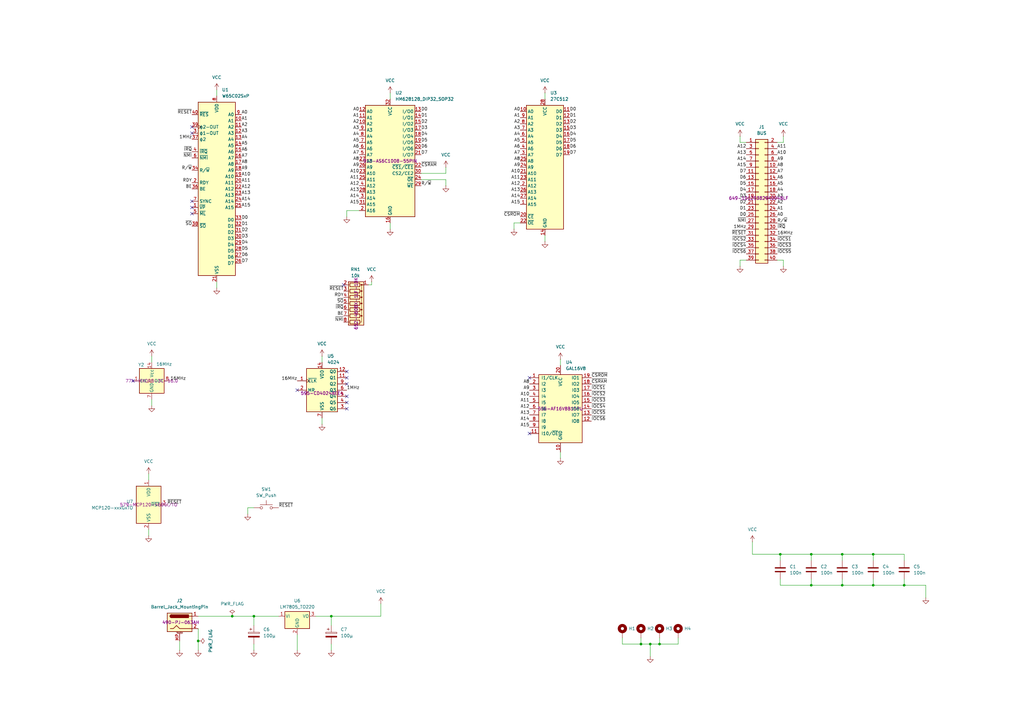
<source format=kicad_sch>
(kicad_sch (version 20250114) (generator "eeschema") (generator_version "9.0")
  (paper "A3")
  (lib_symbols
    (symbol "4xxx_IEEE:4024"
      (property "Reference" "U" (at 5.08 11.43 0))
      (property "Value" "4024" (at 10.16 -10.16 0))
      (symbol "4024_0_0"
        (rectangle (start -6.35 10.16) (end 6.35 -7.62) (stroke (width 0.254)) (fill (type background)))
        (pin power_in line (at 0 12.7 270) (length 2.54) (name "VDD") (number "14"))
        (pin power_in line (at 0 -10.16 90) (length 2.54) (name "VSS") (number "7"))
      )
      (symbol "4024_1_1"
        (pin input clock (at -10.16 5.08 0) (length 3.81) (name "~{CLK}") (number "1"))
        (pin input line (at -10.16 1.27 0) (length 3.81) (name "MR") (number "2"))
        (pin output line (at 10.16 8.89 180) (length 3.81) (name "Q0") (number "12"))
        (pin output line (at 10.16 6.35 180) (length 3.81) (name "Q1") (number "11"))
        (pin output line (at 10.16 3.81 180) (length 3.81) (name "Q2") (number "9"))
        (pin output line (at 10.16 1.27 180) (length 3.81) (name "Q3") (number "6"))
        (pin output line (at 10.16 -1.27 180) (length 3.81) (name "Q4") (number "5"))
        (pin output line (at 10.16 -3.81 180) (length 3.81) (name "Q5") (number "4"))
        (pin output line (at 10.16 -6.35 180) (length 3.81) (name "Q6") (number "3"))
      )
    )
    (symbol "Connector:Barrel_Jack_MountingPin" (pin_names (hide yes))
      (property "Reference" "J" (at 0 5.334 0))
      (property "Value" "Barrel_Jack_MountingPin" (at 1.27 -6.35 0))
      (symbol "Barrel_Jack_MountingPin_0_1"
        (rectangle (start -5.08 3.81) (end 5.08 -3.81) (stroke (width 0.254)) (fill (type background)))
        (polyline (pts (xy -3.81 -2.54) (xy -2.54 -2.54) (xy -1.27 -1.27) (xy 0 -2.54) (xy 2.54 -2.54) (xy 5.08 -2.54)) (stroke (width 0.254)))
        (arc (start -3.302 1.905) (mid -3.9343 2.54) (end -3.302 3.175) (stroke (width 0.254)))
        (arc (start -3.302 1.905) (mid -3.9343 2.54) (end -3.302 3.175) (stroke (width 0.254)) (fill (type outline)))
        (rectangle (start 3.683 3.175) (end -3.302 1.905) (stroke (width 0.254)) (fill (type outline)))
        (polyline (pts (xy 5.08 2.54) (xy 3.81 2.54)) (stroke (width 0.254)))
      )
      (symbol "Barrel_Jack_MountingPin_1_1"
        (polyline (pts (xy -1.016 -4.572) (xy 1.016 -4.572)) (stroke (width 0.1524)))
        (text "Mounting" (at 0 -4.191 0) (effects (font (size 0.381 0.381))))
        (pin passive line (at 0 -7.62 90) (length 3.048) (name "MountPin") (number "MP"))
        (pin passive line (at 7.62 2.54 180) (length 2.54) (name "~") (number "1"))
        (pin passive line (at 7.62 -2.54 180) (length 2.54) (name "~") (number "2"))
      )
    )
    (symbol "Connector_Generic:Conn_02x20_Odd_Even" (pin_names (offset 1.016) (hide yes))
      (property "Reference" "J" (at 1.27 25.4 0))
      (property "Value" "Conn_02x20_Odd_Even" (at 1.27 -27.94 0))
      (symbol "Conn_02x20_Odd_Even_1_1"
        (rectangle (start -1.27 24.13) (end 3.81 -26.67) (stroke (width 0.254)) (fill (type background)))
        (rectangle (start -1.27 22.987) (end 0 22.733) (stroke (width 0.1524)))
        (rectangle (start -1.27 20.447) (end 0 20.193) (stroke (width 0.1524)))
        (rectangle (start -1.27 17.907) (end 0 17.653) (stroke (width 0.1524)))
        (rectangle (start -1.27 15.367) (end 0 15.113) (stroke (width 0.1524)))
        (rectangle (start -1.27 12.827) (end 0 12.573) (stroke (width 0.1524)))
        (rectangle (start -1.27 10.287) (end 0 10.033) (stroke (width 0.1524)))
        (rectangle (start -1.27 7.747) (end 0 7.493) (stroke (width 0.1524)))
        (rectangle (start -1.27 5.207) (end 0 4.953) (stroke (width 0.1524)))
        (rectangle (start -1.27 2.667) (end 0 2.413) (stroke (width 0.1524)))
        (rectangle (start -1.27 0.127) (end 0 -0.127) (stroke (width 0.1524)))
        (rectangle (start -1.27 -2.413) (end 0 -2.667) (stroke (width 0.1524)))
        (rectangle (start -1.27 -4.953) (end 0 -5.207) (stroke (width 0.1524)))
        (rectangle (start -1.27 -7.493) (end 0 -7.747) (stroke (width 0.1524)))
        (rectangle (start -1.27 -10.033) (end 0 -10.287) (stroke (width 0.1524)))
        (rectangle (start -1.27 -12.573) (end 0 -12.827) (stroke (width 0.1524)))
        (rectangle (start -1.27 -15.113) (end 0 -15.367) (stroke (width 0.1524)))
        (rectangle (start -1.27 -17.653) (end 0 -17.907) (stroke (width 0.1524)))
        (rectangle (start -1.27 -20.193) (end 0 -20.447) (stroke (width 0.1524)))
        (rectangle (start -1.27 -22.733) (end 0 -22.987) (stroke (width 0.1524)))
        (rectangle (start -1.27 -25.273) (end 0 -25.527) (stroke (width 0.1524)))
        (rectangle (start 3.81 22.987) (end 2.54 22.733) (stroke (width 0.1524)))
        (rectangle (start 3.81 20.447) (end 2.54 20.193) (stroke (width 0.1524)))
        (rectangle (start 3.81 17.907) (end 2.54 17.653) (stroke (width 0.1524)))
        (rectangle (start 3.81 15.367) (end 2.54 15.113) (stroke (width 0.1524)))
        (rectangle (start 3.81 12.827) (end 2.54 12.573) (stroke (width 0.1524)))
        (rectangle (start 3.81 10.287) (end 2.54 10.033) (stroke (width 0.1524)))
        (rectangle (start 3.81 7.747) (end 2.54 7.493) (stroke (width 0.1524)))
        (rectangle (start 3.81 5.207) (end 2.54 4.953) (stroke (width 0.1524)))
        (rectangle (start 3.81 2.667) (end 2.54 2.413) (stroke (width 0.1524)))
        (rectangle (start 3.81 0.127) (end 2.54 -0.127) (stroke (width 0.1524)))
        (rectangle (start 3.81 -2.413) (end 2.54 -2.667) (stroke (width 0.1524)))
        (rectangle (start 3.81 -4.953) (end 2.54 -5.207) (stroke (width 0.1524)))
        (rectangle (start 3.81 -7.493) (end 2.54 -7.747) (stroke (width 0.1524)))
        (rectangle (start 3.81 -10.033) (end 2.54 -10.287) (stroke (width 0.1524)))
        (rectangle (start 3.81 -12.573) (end 2.54 -12.827) (stroke (width 0.1524)))
        (rectangle (start 3.81 -15.113) (end 2.54 -15.367) (stroke (width 0.1524)))
        (rectangle (start 3.81 -17.653) (end 2.54 -17.907) (stroke (width 0.1524)))
        (rectangle (start 3.81 -20.193) (end 2.54 -20.447) (stroke (width 0.1524)))
        (rectangle (start 3.81 -22.733) (end 2.54 -22.987) (stroke (width 0.1524)))
        (rectangle (start 3.81 -25.273) (end 2.54 -25.527) (stroke (width 0.1524)))
        (pin passive line (at -5.08 22.86 0) (length 3.81) (name "Pin_1") (number "1"))
        (pin passive line (at -5.08 20.32 0) (length 3.81) (name "Pin_3") (number "3"))
        (pin passive line (at -5.08 17.78 0) (length 3.81) (name "Pin_5") (number "5"))
        (pin passive line (at -5.08 15.24 0) (length 3.81) (name "Pin_7") (number "7"))
        (pin passive line (at -5.08 12.7 0) (length 3.81) (name "Pin_9") (number "9"))
        (pin passive line (at -5.08 10.16 0) (length 3.81) (name "Pin_11") (number "11"))
        (pin passive line (at -5.08 7.62 0) (length 3.81) (name "Pin_13") (number "13"))
        (pin passive line (at -5.08 5.08 0) (length 3.81) (name "Pin_15") (number "15"))
        (pin passive line (at -5.08 2.54 0) (length 3.81) (name "Pin_17") (number "17"))
        (pin passive line (at -5.08 0 0) (length 3.81) (name "Pin_19") (number "19"))
        (pin passive line (at -5.08 -2.54 0) (length 3.81) (name "Pin_21") (number "21"))
        (pin passive line (at -5.08 -5.08 0) (length 3.81) (name "Pin_23") (number "23"))
        (pin passive line (at -5.08 -7.62 0) (length 3.81) (name "Pin_25") (number "25"))
        (pin passive line (at -5.08 -10.16 0) (length 3.81) (name "Pin_27") (number "27"))
        (pin passive line (at -5.08 -12.7 0) (length 3.81) (name "Pin_29") (number "29"))
        (pin passive line (at -5.08 -15.24 0) (length 3.81) (name "Pin_31") (number "31"))
        (pin passive line (at -5.08 -17.78 0) (length 3.81) (name "Pin_33") (number "33"))
        (pin passive line (at -5.08 -20.32 0) (length 3.81) (name "Pin_35") (number "35"))
        (pin passive line (at -5.08 -22.86 0) (length 3.81) (name "Pin_37") (number "37"))
        (pin passive line (at -5.08 -25.4 0) (length 3.81) (name "Pin_39") (number "39"))
        (pin passive line (at 7.62 22.86 180) (length 3.81) (name "Pin_2") (number "2"))
        (pin passive line (at 7.62 20.32 180) (length 3.81) (name "Pin_4") (number "4"))
        (pin passive line (at 7.62 17.78 180) (length 3.81) (name "Pin_6") (number "6"))
        (pin passive line (at 7.62 15.24 180) (length 3.81) (name "Pin_8") (number "8"))
        (pin passive line (at 7.62 12.7 180) (length 3.81) (name "Pin_10") (number "10"))
        (pin passive line (at 7.62 10.16 180) (length 3.81) (name "Pin_12") (number "12"))
        (pin passive line (at 7.62 7.62 180) (length 3.81) (name "Pin_14") (number "14"))
        (pin passive line (at 7.62 5.08 180) (length 3.81) (name "Pin_16") (number "16"))
        (pin passive line (at 7.62 2.54 180) (length 3.81) (name "Pin_18") (number "18"))
        (pin passive line (at 7.62 0 180) (length 3.81) (name "Pin_20") (number "20"))
        (pin passive line (at 7.62 -2.54 180) (length 3.81) (name "Pin_22") (number "22"))
        (pin passive line (at 7.62 -5.08 180) (length 3.81) (name "Pin_24") (number "24"))
        (pin passive line (at 7.62 -7.62 180) (length 3.81) (name "Pin_26") (number "26"))
        (pin passive line (at 7.62 -10.16 180) (length 3.81) (name "Pin_28") (number "28"))
        (pin passive line (at 7.62 -12.7 180) (length 3.81) (name "Pin_30") (number "30"))
        (pin passive line (at 7.62 -15.24 180) (length 3.81) (name "Pin_32") (number "32"))
        (pin passive line (at 7.62 -17.78 180) (length 3.81) (name "Pin_34") (number "34"))
        (pin passive line (at 7.62 -20.32 180) (length 3.81) (name "Pin_36") (number "36"))
        (pin passive line (at 7.62 -22.86 180) (length 3.81) (name "Pin_38") (number "38"))
        (pin passive line (at 7.62 -25.4 180) (length 3.81) (name "Pin_40") (number "40"))
      )
    )
    (symbol "Device:C" (pin_numbers (hide yes)) (pin_names (offset 0.254))
      (property "Reference" "C" (at 0.635 2.54 0))
      (property "Value" "C" (at 0.635 -2.54 0))
      (symbol "C_0_1"
        (polyline (pts (xy -2.032 0.762) (xy 2.032 0.762)) (stroke (width 0.508)))
        (polyline (pts (xy -2.032 -0.762) (xy 2.032 -0.762)) (stroke (width 0.508)))
      )
      (symbol "C_1_1"
        (pin passive line (at 0 3.81 270) (length 2.794) (name "~") (number "1"))
        (pin passive line (at 0 -3.81 90) (length 2.794) (name "~") (number "2"))
      )
    )
    (symbol "Device:C_Polarized" (pin_numbers (hide yes)) (pin_names (offset 0.254))
      (property "Reference" "C" (at 0.635 2.54 0))
      (property "Value" "C_Polarized" (at 0.635 -2.54 0))
      (symbol "C_Polarized_0_1"
        (rectangle (start -2.286 0.508) (end 2.286 1.016))
        (polyline (pts (xy -1.778 2.286) (xy -0.762 2.286)))
        (polyline (pts (xy -1.27 2.794) (xy -1.27 1.778)))
        (rectangle (start 2.286 -0.508) (end -2.286 -1.016) (fill (type outline)))
      )
      (symbol "C_Polarized_1_1"
        (pin passive line (at 0 3.81 270) (length 2.794) (name "~") (number "1"))
        (pin passive line (at 0 -3.81 90) (length 2.794) (name "~") (number "2"))
      )
    )
    (symbol "Device:R_Network07" (pin_names (offset 0) (hide yes))
      (property "Reference" "RN" (at -10.16 0 90))
      (property "Value" "R_Network07" (at 10.16 0 90))
      (symbol "R_Network07_0_1"
        (rectangle (start -8.89 -3.175) (end 8.89 3.175) (stroke (width 0.254)) (fill (type background)))
        (rectangle (start -8.382 1.524) (end -6.858 -2.54) (stroke (width 0.254)))
        (circle (center -7.62 2.286) (radius 0.254) (fill (type outline)))
        (polyline (pts (xy -7.62 1.524) (xy -7.62 2.286) (xy -5.08 2.286) (xy -5.08 1.524)))
        (polyline (pts (xy -7.62 -2.54) (xy -7.62 -3.81)))
        (rectangle (start -5.842 1.524) (end -4.318 -2.54) (stroke (width 0.254)))
        (circle (center -5.08 2.286) (radius 0.254) (fill (type outline)))
        (polyline (pts (xy -5.08 1.524) (xy -5.08 2.286) (xy -2.54 2.286) (xy -2.54 1.524)))
        (polyline (pts (xy -5.08 -2.54) (xy -5.08 -3.81)))
        (rectangle (start -3.302 1.524) (end -1.778 -2.54) (stroke (width 0.254)))
        (circle (center -2.54 2.286) (radius 0.254) (fill (type outline)))
        (polyline (pts (xy -2.54 1.524) (xy -2.54 2.286) (xy 0 2.286) (xy 0 1.524)))
        (polyline (pts (xy -2.54 -2.54) (xy -2.54 -3.81)))
        (rectangle (start -0.762 1.524) (end 0.762 -2.54) (stroke (width 0.254)))
        (circle (center 0 2.286) (radius 0.254) (fill (type outline)))
        (polyline (pts (xy 0 1.524) (xy 0 2.286) (xy 2.54 2.286) (xy 2.54 1.524)))
        (polyline (pts (xy 0 -2.54) (xy 0 -3.81)))
        (rectangle (start 1.778 1.524) (end 3.302 -2.54) (stroke (width 0.254)))
        (circle (center 2.54 2.286) (radius 0.254) (fill (type outline)))
        (polyline (pts (xy 2.54 1.524) (xy 2.54 2.286) (xy 5.08 2.286) (xy 5.08 1.524)))
        (polyline (pts (xy 2.54 -2.54) (xy 2.54 -3.81)))
        (rectangle (start 4.318 1.524) (end 5.842 -2.54) (stroke (width 0.254)))
        (circle (center 5.08 2.286) (radius 0.254) (fill (type outline)))
        (polyline (pts (xy 5.08 1.524) (xy 5.08 2.286) (xy 7.62 2.286) (xy 7.62 1.524)))
        (polyline (pts (xy 5.08 -2.54) (xy 5.08 -3.81)))
        (rectangle (start 6.858 1.524) (end 8.382 -2.54) (stroke (width 0.254)))
        (polyline (pts (xy 7.62 -2.54) (xy 7.62 -3.81)))
      )
      (symbol "R_Network07_1_1"
        (pin passive line (at -7.62 5.08 270) (length 2.54) (name "common") (number "1"))
        (pin passive line (at -7.62 -5.08 90) (length 1.27) (name "R1") (number "2"))
        (pin passive line (at -5.08 -5.08 90) (length 1.27) (name "R2") (number "3"))
        (pin passive line (at -2.54 -5.08 90) (length 1.27) (name "R3") (number "4"))
        (pin passive line (at 0 -5.08 90) (length 1.27) (name "R4") (number "5"))
        (pin passive line (at 2.54 -5.08 90) (length 1.27) (name "R5") (number "6"))
        (pin passive line (at 5.08 -5.08 90) (length 1.27) (name "R6") (number "7"))
        (pin passive line (at 7.62 -5.08 90) (length 1.27) (name "R7") (number "8"))
      )
    )
    (symbol "Logic_Programmable:GAL16V8" (pin_names (offset 1.016))
      (property "Reference" "U" (at -8.89 16.51 0))
      (property "Value" "GAL16V8" (at 1.27 16.51 0))
      (symbol "GAL16V8_0_0"
        (pin power_in line (at 0 17.78 270) (length 3.81) (name "VCC") (number "20"))
        (pin power_in line (at 0 -17.78 90) (length 3.81) (name "GND") (number "10"))
      )
      (symbol "GAL16V8_0_1"
        (rectangle (start -8.89 13.97) (end 8.89 -13.97) (stroke (width 0.254)) (fill (type background)))
      )
      (symbol "GAL16V8_1_1"
        (pin input line (at -12.7 12.7 0) (length 3.81) (name "I1/CLK") (number "1"))
        (pin input line (at -12.7 10.16 0) (length 3.81) (name "I2") (number "2"))
        (pin input line (at -12.7 7.62 0) (length 3.81) (name "I3") (number "3"))
        (pin input line (at -12.7 5.08 0) (length 3.81) (name "I4") (number "4"))
        (pin input line (at -12.7 2.54 0) (length 3.81) (name "I5") (number "5"))
        (pin input line (at -12.7 0 0) (length 3.81) (name "I6") (number "6"))
        (pin input line (at -12.7 -2.54 0) (length 3.81) (name "I7") (number "7"))
        (pin input line (at -12.7 -5.08 0) (length 3.81) (name "I8") (number "8"))
        (pin input line (at -12.7 -7.62 0) (length 3.81) (name "I9") (number "9"))
        (pin input line (at -12.7 -10.16 0) (length 3.81) (name "I10/~{OE}") (number "11"))
        (pin tri_state line (at 12.7 12.7 180) (length 3.81) (name "IO1") (number "19"))
        (pin tri_state line (at 12.7 10.16 180) (length 3.81) (name "IO2") (number "18"))
        (pin tri_state line (at 12.7 7.62 180) (length 3.81) (name "I03") (number "17"))
        (pin tri_state line (at 12.7 5.08 180) (length 3.81) (name "IO4") (number "16"))
        (pin tri_state line (at 12.7 2.54 180) (length 3.81) (name "IO5") (number "15"))
        (pin tri_state line (at 12.7 0 180) (length 3.81) (name "IO6") (number "14"))
        (pin tri_state line (at 12.7 -2.54 180) (length 3.81) (name "IO7") (number "13"))
        (pin tri_state line (at 12.7 -5.08 180) (length 3.81) (name "IO8") (number "12"))
      )
    )
    (symbol "Mechanical:MountingHole_Pad" (pin_numbers (hide yes)) (pin_names (offset 1.016) (hide yes)) (in_bom no)
      (property "Reference" "H" (at 0 6.35 0))
      (property "Value" "MountingHole_Pad" (at 0 4.445 0))
      (symbol "MountingHole_Pad_0_1"
        (circle (center 0 1.27) (radius 1.27) (stroke (width 1.27)))
      )
      (symbol "MountingHole_Pad_1_1"
        (pin input line (at 0 -2.54 90) (length 2.54) (name "1") (number "1"))
      )
    )
    (symbol "Memory_EPROM:27C512"
      (property "Reference" "U" (at -7.62 26.67 0))
      (property "Value" "27C512" (at 2.54 -26.67 0))
      (symbol "27C512_1_1"
        (rectangle (start -7.62 25.4) (end 7.62 -25.4) (stroke (width 0.254)) (fill (type background)))
        (pin input line (at -10.16 22.86 0) (length 2.54) (name "A0") (number "10"))
        (pin input line (at -10.16 20.32 0) (length 2.54) (name "A1") (number "9"))
        (pin input line (at -10.16 17.78 0) (length 2.54) (name "A2") (number "8"))
        (pin input line (at -10.16 15.24 0) (length 2.54) (name "A3") (number "7"))
        (pin input line (at -10.16 12.7 0) (length 2.54) (name "A4") (number "6"))
        (pin input line (at -10.16 10.16 0) (length 2.54) (name "A5") (number "5"))
        (pin input line (at -10.16 7.62 0) (length 2.54) (name "A6") (number "4"))
        (pin input line (at -10.16 5.08 0) (length 2.54) (name "A7") (number "3"))
        (pin input line (at -10.16 2.54 0) (length 2.54) (name "A8") (number "25"))
        (pin input line (at -10.16 0 0) (length 2.54) (name "A9") (number "24"))
        (pin input line (at -10.16 -2.54 0) (length 2.54) (name "A10") (number "21"))
        (pin input line (at -10.16 -5.08 0) (length 2.54) (name "A11") (number "23"))
        (pin input line (at -10.16 -7.62 0) (length 2.54) (name "A12") (number "2"))
        (pin input line (at -10.16 -10.16 0) (length 2.54) (name "A13") (number "26"))
        (pin input line (at -10.16 -12.7 0) (length 2.54) (name "A14") (number "27"))
        (pin input line (at -10.16 -15.24 0) (length 2.54) (name "A15") (number "1"))
        (pin input line (at -10.16 -20.32 0) (length 2.54) (name "~{CE}") (number "20"))
        (pin input line (at -10.16 -22.86 0) (length 2.54) (name "~{OE}") (number "22"))
        (pin power_in line (at 0 27.94 270) (length 2.54) (name "VCC") (number "28"))
        (pin power_in line (at 0 -27.94 90) (length 2.54) (name "GND") (number "14"))
        (pin tri_state line (at 10.16 22.86 180) (length 2.54) (name "D0") (number "11"))
        (pin tri_state line (at 10.16 20.32 180) (length 2.54) (name "D1") (number "12"))
        (pin tri_state line (at 10.16 17.78 180) (length 2.54) (name "D2") (number "13"))
        (pin tri_state line (at 10.16 15.24 180) (length 2.54) (name "D3") (number "15"))
        (pin tri_state line (at 10.16 12.7 180) (length 2.54) (name "D4") (number "16"))
        (pin tri_state line (at 10.16 10.16 180) (length 2.54) (name "D5") (number "17"))
        (pin tri_state line (at 10.16 7.62 180) (length 2.54) (name "D6") (number "18"))
        (pin tri_state line (at 10.16 5.08 180) (length 2.54) (name "D7") (number "19"))
      )
    )
    (symbol "Memory_RAM:HM628128_DIP32_SOP32"
      (property "Reference" "U" (at -10.16 23.495 0))
      (property "Value" "HM628128_DIP32_SOP32" (at 2.54 23.495 0))
      (symbol "HM628128_DIP32_SOP32_0_0"
        (pin power_in line (at 0 25.4 270) (length 2.54) (name "VCC") (number "32"))
        (pin power_in line (at 0 -25.4 90) (length 2.54) (name "GND") (number "16"))
      )
      (symbol "HM628128_DIP32_SOP32_0_1"
        (rectangle (start -10.16 22.86) (end 10.16 -22.86) (stroke (width 0.254)) (fill (type background)))
      )
      (symbol "HM628128_DIP32_SOP32_1_1"
        (pin input line (at -12.7 20.32 0) (length 2.54) (name "A0") (number "12"))
        (pin input line (at -12.7 17.78 0) (length 2.54) (name "A1") (number "11"))
        (pin input line (at -12.7 15.24 0) (length 2.54) (name "A2") (number "10"))
        (pin input line (at -12.7 12.7 0) (length 2.54) (name "A3") (number "9"))
        (pin input line (at -12.7 10.16 0) (length 2.54) (name "A4") (number "8"))
        (pin input line (at -12.7 7.62 0) (length 2.54) (name "A5") (number "7"))
        (pin input line (at -12.7 5.08 0) (length 2.54) (name "A6") (number "6"))
        (pin input line (at -12.7 2.54 0) (length 2.54) (name "A7") (number "5"))
        (pin input line (at -12.7 0 0) (length 2.54) (name "A8") (number "27"))
        (pin input line (at -12.7 -2.54 0) (length 2.54) (name "A9") (number "26"))
        (pin input line (at -12.7 -5.08 0) (length 2.54) (name "A10") (number "23"))
        (pin input line (at -12.7 -7.62 0) (length 2.54) (name "A11") (number "25"))
        (pin input line (at -12.7 -10.16 0) (length 2.54) (name "A12") (number "4"))
        (pin input line (at -12.7 -12.7 0) (length 2.54) (name "A13") (number "28"))
        (pin input line (at -12.7 -15.24 0) (length 2.54) (name "A14") (number "3"))
        (pin input line (at -12.7 -17.78 0) (length 2.54) (name "A15") (number "31"))
        (pin input line (at -12.7 -20.32 0) (length 2.54) (name "A16") (number "2"))
        (pin no_connect line (at 10.16 -20.32 180) (length 2.54) (hide yes) (name "NC") (number "1"))
        (pin tri_state line (at 12.7 20.32 180) (length 2.54) (name "I/O0") (number "13"))
        (pin tri_state line (at 12.7 17.78 180) (length 2.54) (name "I/O1") (number "14"))
        (pin tri_state line (at 12.7 15.24 180) (length 2.54) (name "I/O2") (number "15"))
        (pin tri_state line (at 12.7 12.7 180) (length 2.54) (name "I/O3") (number "17"))
        (pin tri_state line (at 12.7 10.16 180) (length 2.54) (name "I/O4") (number "18"))
        (pin tri_state line (at 12.7 7.62 180) (length 2.54) (name "I/O5") (number "19"))
        (pin tri_state line (at 12.7 5.08 180) (length 2.54) (name "I/O6") (number "20"))
        (pin tri_state line (at 12.7 2.54 180) (length 2.54) (name "I/O7") (number "21"))
        (pin input line (at 12.7 -2.54 180) (length 2.54) (name "~{CS1}/~{CE1}") (number "22"))
        (pin input line (at 12.7 -5.08 180) (length 2.54) (name "CS2/CE2") (number "30"))
        (pin input line (at 12.7 -7.62 180) (length 2.54) (name "~{OE}") (number "24"))
        (pin input line (at 12.7 -10.16 180) (length 2.54) (name "~{WE}") (number "29"))
      )
    )
    (symbol "Oscillator:CXO_DIP14" (pin_names (offset 0.254))
      (property "Reference" "Y" (at -5.08 6.35 0))
      (property "Value" "CXO_DIP14" (at 1.27 -6.35 0))
      (symbol "CXO_DIP14_0_1"
        (rectangle (start -5.08 5.08) (end 5.08 -5.08) (stroke (width 0.254)) (fill (type background)))
        (polyline (pts (xy -1.905 -0.635) (xy -1.27 -0.635) (xy -1.27 0.635) (xy -0.635 0.635) (xy -0.635 -0.635) (xy 0 -0.635) (xy 0 0.635) (xy 0.635 0.635) (xy 0.635 -0.635)))
      )
      (symbol "CXO_DIP14_1_1"
        (pin input line (at -7.62 0 0) (length 2.54) (name "EN") (number "1"))
        (pin power_in line (at 0 7.62 270) (length 2.54) (name "Vcc") (number "14"))
        (pin power_in line (at 0 -7.62 90) (length 2.54) (name "GND") (number "7"))
        (pin output line (at 7.62 0 180) (length 2.54) (name "OUT") (number "8"))
      )
    )
    (symbol "Power_Supervisor:MCP120-xxxGxTO"
      (property "Reference" "U" (at -5.08 8.89 0))
      (property "Value" "MCP120-xxxGxTO" (at 8.89 8.89 0))
      (symbol "MCP120-xxxGxTO_0_1"
        (rectangle (start 5.08 7.62) (end -5.08 -7.62) (stroke (width 0.254)) (fill (type background)))
      )
      (symbol "MCP120-xxxGxTO_1_1"
        (pin power_in line (at 0 10.16 270) (length 2.54) (name "VDD") (number "1"))
        (pin power_in line (at 0 -10.16 90) (length 2.54) (name "VSS") (number "2"))
        (pin open_collector line (at 7.62 0 180) (length 2.54) (name "~{RST}") (number "3"))
      )
    )
    (symbol "Regulator_Linear:LM7805_TO220" (pin_names (offset 0.254))
      (property "Reference" "U" (at -3.81 3.175 0))
      (property "Value" "LM7805_TO220" (at 0 3.175 0))
      (symbol "LM7805_TO220_0_1"
        (rectangle (start -5.08 1.905) (end 5.08 -5.08) (stroke (width 0.254)) (fill (type background)))
      )
      (symbol "LM7805_TO220_1_1"
        (pin power_in line (at -7.62 0 0) (length 2.54) (name "VI") (number "1"))
        (pin power_in line (at 0 -7.62 90) (length 2.54) (name "GND") (number "2"))
        (pin power_out line (at 7.62 0 180) (length 2.54) (name "VO") (number "3"))
      )
    )
    (symbol "Retro6502:W65C02S-DIP"
      (property "Reference" "U1" (at 2.1433 40.64 0))
      (property "Value" "W65C02SxP" (at 2.1433 38.1 0))
      (symbol "W65C02S-DIP_0_1"
        (rectangle (start -7.62 35.56) (end 7.62 -35.56) (stroke (width 0.254)) (fill (type background)))
      )
      (symbol "W65C02S-DIP_1_0"
        (pin output line (at -10.16 22.86 0) (length 2.54) (name "ϕ1-OUT") (number "3"))
        (pin input line (at -10.16 15.24 0) (length 2.54) (name "~{IRQ}") (number "4"))
        (pin output line (at -10.16 2.54 0) (length 2.54) (name "RDY") (number "2"))
        (pin output line (at -10.16 -7.62 0) (length 2.54) (name "~{VP}") (number "1"))
        (pin output line (at -10.16 -10.16 0) (length 2.54) (name "~{ML}") (number "5"))
        (pin no_connect line (at -7.62 -27.94 0) (length 2.54) (hide yes) (name "NC") (number "35"))
      )
      (symbol "W65C02S-DIP_1_1"
        (pin input line (at -10.16 30.48 0) (length 2.54) (name "~{RES}") (number "40"))
        (pin output clock (at -10.16 25.4 0) (length 2.54) (name "ϕ2-OUT") (number "39"))
        (pin input line (at -10.16 20.32 0) (length 2.54) (name "ϕ2") (number "37"))
        (pin input line (at -10.16 12.7 0) (length 2.54) (name "~{NMI}") (number "6"))
        (pin tri_state line (at -10.16 7.62 0) (length 2.54) (name "R/~{W}") (number "34"))
        (pin input line (at -10.16 0 0) (length 2.54) (name "BE") (number "36"))
        (pin output line (at -10.16 -5.08 0) (length 2.54) (name "SYNC") (number "7"))
        (pin input line (at -10.16 -15.24 0) (length 2.54) (name "~{SO}") (number "38"))
        (pin power_in line (at 0 38.1 270) (length 2.54) (name "VDD") (number "8"))
        (pin power_in line (at 0 -38.1 90) (length 2.54) (name "VSS") (number "21"))
        (pin tri_state line (at 10.16 30.48 180) (length 2.54) (name "A0") (number "9"))
        (pin tri_state line (at 10.16 27.94 180) (length 2.54) (name "A1") (number "10"))
        (pin tri_state line (at 10.16 25.4 180) (length 2.54) (name "A2") (number "11"))
        (pin tri_state line (at 10.16 22.86 180) (length 2.54) (name "A3") (number "12"))
        (pin tri_state line (at 10.16 20.32 180) (length 2.54) (name "A4") (number "13"))
        (pin tri_state line (at 10.16 17.78 180) (length 2.54) (name "A5") (number "14"))
        (pin tri_state line (at 10.16 15.24 180) (length 2.54) (name "A6") (number "15"))
        (pin tri_state line (at 10.16 12.7 180) (length 2.54) (name "A7") (number "16"))
        (pin tri_state line (at 10.16 10.16 180) (length 2.54) (name "A8") (number "17"))
        (pin tri_state line (at 10.16 7.62 180) (length 2.54) (name "A9") (number "18"))
        (pin tri_state line (at 10.16 5.08 180) (length 2.54) (name "A10") (number "19"))
        (pin tri_state line (at 10.16 2.54 180) (length 2.54) (name "A11") (number "20"))
        (pin tri_state line (at 10.16 0 180) (length 2.54) (name "A12") (number "22"))
        (pin tri_state line (at 10.16 -2.54 180) (length 2.54) (name "A13") (number "23"))
        (pin tri_state line (at 10.16 -5.08 180) (length 2.54) (name "A14") (number "24"))
        (pin tri_state line (at 10.16 -7.62 180) (length 2.54) (name "A15") (number "25"))
        (pin bidirectional line (at 10.16 -12.7 180) (length 2.54) (name "D0") (number "33"))
        (pin bidirectional line (at 10.16 -15.24 180) (length 2.54) (name "D1") (number "32"))
        (pin bidirectional line (at 10.16 -17.78 180) (length 2.54) (name "D2") (number "31"))
        (pin bidirectional line (at 10.16 -20.32 180) (length 2.54) (name "D3") (number "30"))
        (pin bidirectional line (at 10.16 -22.86 180) (length 2.54) (name "D4") (number "29"))
        (pin bidirectional line (at 10.16 -25.4 180) (length 2.54) (name "D5") (number "28"))
        (pin bidirectional line (at 10.16 -27.94 180) (length 2.54) (name "D6") (number "27"))
        (pin bidirectional line (at 10.16 -30.48 180) (length 2.54) (name "D7") (number "26"))
      )
    )
    (symbol "Switch:SW_Push" (pin_numbers (hide yes)) (pin_names (offset 1.016) (hide yes))
      (property "Reference" "SW" (at 1.27 2.54 0))
      (property "Value" "SW_Push" (at 0 -1.524 0))
      (symbol "SW_Push_0_1"
        (circle (center -2.032 0) (radius 0.508))
        (polyline (pts (xy 0 1.27) (xy 0 3.048)))
        (circle (center 2.032 0) (radius 0.508))
        (polyline (pts (xy 2.54 1.27) (xy -2.54 1.27)))
        (pin passive line (at -5.08 0 0) (length 2.54) (name "1") (number "1"))
        (pin passive line (at 5.08 0 180) (length 2.54) (name "2") (number "2"))
      )
    )
    (symbol "power:GND" (power) (pin_numbers (hide yes)) (pin_names (offset 0) (hide yes))
      (property "Value" "GND" (at 0 -3.81 0))
      (symbol "GND_0_1"
        (polyline (pts (xy 0 0) (xy 0 -1.27) (xy 1.27 -1.27) (xy 0 -2.54) (xy -1.27 -1.27) (xy 0 -1.27)))
      )
      (symbol "GND_1_1"
        (pin power_in line (at 0 0 270) (length 0) (name "~") (number "1"))
      )
    )
    (symbol "power:PWR_FLAG" (power) (pin_numbers (hide yes)) (pin_names (offset 0) (hide yes))
      (property "Value" "PWR_FLAG" (at 0 3.81 0))
      (symbol "PWR_FLAG_0_0"
        (pin power_out line (at 0 0 90) (length 0) (name "~") (number "1"))
      )
      (symbol "PWR_FLAG_0_1"
        (polyline (pts (xy 0 0) (xy 0 1.27) (xy -1.016 1.905) (xy 0 2.54) (xy 1.016 1.905) (xy 0 1.27)))
      )
    )
    (symbol "power:VCC" (power) (pin_numbers (hide yes)) (pin_names (offset 0) (hide yes))
      (property "Value" "VCC" (at 0 3.556 0))
      (symbol "VCC_0_1"
        (polyline (pts (xy -0.762 1.27) (xy 0 2.54)))
        (polyline (pts (xy 0 2.54) (xy 0.762 1.27)))
        (polyline (pts (xy 0 0) (xy 0 2.54)))
      )
      (symbol "VCC_1_1"
        (pin power_in line (at 0 0 90) (length 0) (name "~") (number "1"))
      )
    )
  )
  (junction (at 332.74 240.03))
  (junction (at 262.89 264.16))
  (junction (at 320.04 227.33))
  (junction (at 345.44 240.03))
  (junction (at 81.28 262.89))
  (junction (at 358.14 227.33))
  (junction (at 370.84 240.03))
  (junction (at 95.25 252.73))
  (junction (at 270.51 264.16))
  (junction (at 358.14 240.03))
  (junction (at 135.89 252.73))
  (junction (at 266.7 264.16))
  (junction (at 332.74 227.33))
  (junction (at 345.44 227.33))
  (junction (at 104.14 252.73))
  (no_connect (at 142.24 165.1))
  (no_connect (at 142.24 157.48))
  (no_connect (at 142.24 162.56))
  (no_connect (at 140.97 116.84))
  (no_connect (at 54.61 156.21))
  (no_connect (at 78.74 82.55))
  (no_connect (at 78.74 52.07))
  (no_connect (at 142.24 154.94))
  (no_connect (at 217.17 177.8))
  (no_connect (at 217.17 154.94))
  (no_connect (at 121.92 160.02))
  (no_connect (at 78.74 54.61))
  (no_connect (at 142.24 152.4))
  (no_connect (at 78.74 87.63))
  (no_connect (at 142.24 167.64))
  (no_connect (at 78.74 85.09))
  (wire (pts (xy 223.52 40.64) (xy 223.52 38.1)))
  (wire (pts (xy 266.7 264.16) (xy 270.51 264.16)))
  (wire (pts (xy 332.74 240.03) (xy 345.44 240.03)))
  (wire (pts (xy 101.6 208.28) (xy 101.6 210.82)))
  (wire (pts (xy 303.53 109.22) (xy 303.53 106.68)))
  (wire (pts (xy 332.74 227.33) (xy 332.74 229.87)))
  (wire (pts (xy 345.44 227.33) (xy 345.44 229.87)))
  (wire (pts (xy 88.9 39.37) (xy 88.9 36.83)))
  (wire (pts (xy 210.82 93.98) (xy 210.82 91.44)))
  (wire (pts (xy 60.96 196.85) (xy 60.96 194.31)))
  (wire (pts (xy 255.27 261.62) (xy 255.27 264.16)))
  (wire (pts (xy 182.88 73.66) (xy 172.72 73.66)))
  (wire (pts (xy 81.28 262.89) (xy 81.28 266.7)))
  (wire (pts (xy 135.89 252.73) (xy 135.89 256.54)))
  (wire (pts (xy 229.87 149.86) (xy 229.87 147.32)))
  (wire (pts (xy 172.72 71.12) (xy 182.88 71.12)))
  (wire (pts (xy 345.44 237.49) (xy 345.44 240.03)))
  (wire (pts (xy 262.89 261.62) (xy 262.89 264.16)))
  (wire (pts (xy 270.51 264.16) (xy 278.13 264.16)))
  (wire (pts (xy 132.08 148.59) (xy 132.08 146.05)))
  (wire (pts (xy 81.28 252.73) (xy 95.25 252.73)))
  (wire (pts (xy 104.14 252.73) (xy 114.3 252.73)))
  (wire (pts (xy 320.04 227.33) (xy 332.74 227.33)))
  (wire (pts (xy 358.14 237.49) (xy 358.14 240.03)))
  (wire (pts (xy 332.74 237.49) (xy 332.74 240.03)))
  (wire (pts (xy 132.08 171.45) (xy 132.08 173.99)))
  (wire (pts (xy 121.92 260.35) (xy 121.92 266.7)))
  (wire (pts (xy 62.23 148.59) (xy 62.23 146.05)))
  (wire (pts (xy 321.31 55.88) (xy 321.31 58.42)))
  (wire (pts (xy 321.31 106.68) (xy 318.77 106.68)))
  (wire (pts (xy 358.14 240.03) (xy 370.84 240.03)))
  (wire (pts (xy 306.07 58.42) (xy 303.53 58.42)))
  (wire (pts (xy 229.87 185.42) (xy 229.87 187.96)))
  (wire (pts (xy 182.88 76.2) (xy 182.88 73.66)))
  (wire (pts (xy 321.31 109.22) (xy 321.31 106.68)))
  (wire (pts (xy 308.61 222.25) (xy 308.61 227.33)))
  (wire (pts (xy 303.53 106.68) (xy 306.07 106.68)))
  (wire (pts (xy 266.7 264.16) (xy 266.7 269.24)))
  (wire (pts (xy 345.44 240.03) (xy 358.14 240.03)))
  (wire (pts (xy 88.9 115.57) (xy 88.9 118.11)))
  (wire (pts (xy 60.96 217.17) (xy 60.96 219.71)))
  (wire (pts (xy 62.23 163.83) (xy 62.23 166.37)))
  (wire (pts (xy 210.82 91.44) (xy 213.36 91.44)))
  (wire (pts (xy 73.66 262.89) (xy 73.66 266.7)))
  (wire (pts (xy 81.28 257.81) (xy 81.28 262.89)))
  (wire (pts (xy 370.84 227.33) (xy 370.84 229.87)))
  (wire (pts (xy 95.25 252.73) (xy 104.14 252.73)))
  (wire (pts (xy 182.88 71.12) (xy 182.88 68.58)))
  (wire (pts (xy 156.21 247.65) (xy 156.21 252.73)))
  (wire (pts (xy 142.24 86.36) (xy 142.24 88.9)))
  (wire (pts (xy 104.14 252.73) (xy 104.14 256.54)))
  (wire (pts (xy 151.13 116.84) (xy 152.4 116.84)))
  (wire (pts (xy 152.4 116.84) (xy 152.4 115.57)))
  (wire (pts (xy 147.32 86.36) (xy 142.24 86.36)))
  (wire (pts (xy 370.84 240.03) (xy 379.73 240.03)))
  (wire (pts (xy 262.89 264.16) (xy 266.7 264.16)))
  (wire (pts (xy 160.02 91.44) (xy 160.02 93.98)))
  (wire (pts (xy 318.77 58.42) (xy 321.31 58.42)))
  (wire (pts (xy 104.14 264.16) (xy 104.14 266.7)))
  (wire (pts (xy 358.14 227.33) (xy 370.84 227.33)))
  (wire (pts (xy 320.04 237.49) (xy 320.04 240.03)))
  (wire (pts (xy 270.51 261.62) (xy 270.51 264.16)))
  (wire (pts (xy 358.14 227.33) (xy 358.14 229.87)))
  (wire (pts (xy 332.74 227.33) (xy 345.44 227.33)))
  (wire (pts (xy 379.73 240.03) (xy 379.73 245.11)))
  (wire (pts (xy 160.02 40.64) (xy 160.02 38.1)))
  (wire (pts (xy 135.89 252.73) (xy 156.21 252.73)))
  (wire (pts (xy 345.44 227.33) (xy 358.14 227.33)))
  (wire (pts (xy 255.27 264.16) (xy 262.89 264.16)))
  (wire (pts (xy 303.53 55.88) (xy 303.53 58.42)))
  (wire (pts (xy 308.61 227.33) (xy 320.04 227.33)))
  (wire (pts (xy 370.84 237.49) (xy 370.84 240.03)))
  (wire (pts (xy 101.6 208.28) (xy 104.14 208.28)))
  (wire (pts (xy 129.54 252.73) (xy 135.89 252.73)))
  (wire (pts (xy 320.04 240.03) (xy 332.74 240.03)))
  (wire (pts (xy 278.13 264.16) (xy 278.13 261.62)))
  (wire (pts (xy 223.52 96.52) (xy 223.52 99.06)))
  (wire (pts (xy 135.89 264.16) (xy 135.89 266.7)))
  (wire (pts (xy 320.04 227.33) (xy 320.04 229.87)))
  (label "BE" (at 78.74 77.47 180))
  (label "~{RESET}" (at 78.74 46.99 180))
  (label "A12" (at 217.17 167.64 180))
  (label "A1" (at 213.36 48.26 180))
  (label "A12" (at 213.36 76.2 180))
  (label "A7" (at 318.77 71.12 0))
  (label "D7" (at 233.68 63.5 0))
  (label "~{NMI}" (at 306.07 91.44 180))
  (label "16MHz" (at 69.85 156.21 0))
  (label "A13" (at 147.32 78.74 180))
  (label "A1" (at 99.06 49.53 0))
  (label "D3" (at 99.06 97.79 0))
  (label "A14" (at 99.06 82.55 0))
  (label "A13" (at 99.06 80.01 0))
  (label "A2" (at 147.32 50.8 180))
  (label "A0" (at 213.36 45.72 180))
  (label "A12" (at 147.32 76.2 180))
  (label "A15" (at 217.17 175.26 180))
  (label "D4" (at 99.06 100.33 0))
  (label "~{CSRAM}" (at 242.57 157.48 0))
  (label "~{SO}" (at 78.74 92.71 180))
  (label "D4" (at 172.72 55.88 0))
  (label "A15" (at 306.07 68.58 180))
  (label "A2" (at 99.06 52.07 0))
  (label "~{IOCS5}" (at 242.57 170.18 0))
  (label "A6" (at 147.32 60.96 180))
  (label "A3" (at 318.77 81.28 0))
  (label "16MHz" (at 121.92 156.21 180))
  (label "A6" (at 99.06 62.23 0))
  (label "D1" (at 233.68 48.26 0))
  (label "A1" (at 147.32 48.26 180))
  (label "A13" (at 213.36 78.74 180))
  (label "A8" (at 213.36 66.04 180))
  (label "D0" (at 172.72 45.72 0))
  (label "D7" (at 99.06 107.95 0))
  (label "A15" (at 147.32 83.82 180))
  (label "A13" (at 217.17 170.18 180))
  (label "R{slash}~{W}" (at 172.72 76.2 0))
  (label "A3" (at 213.36 53.34 180))
  (label "A6" (at 213.36 60.96 180))
  (label "D5" (at 233.68 58.42 0))
  (label "D5" (at 306.07 76.2 180))
  (label "A11" (at 318.77 60.96 0))
  (label "D3" (at 306.07 81.28 180))
  (label "~{SO}" (at 140.97 124.46 180))
  (label "~{NMI}" (at 140.97 132.08 180))
  (label "~{IRQ}" (at 140.97 127 180))
  (label "D4" (at 306.07 78.74 180))
  (label "D0" (at 306.07 88.9 180))
  (label "~{CSROM}" (at 213.36 88.9 180))
  (label "A2" (at 213.36 50.8 180))
  (label "D2" (at 306.07 83.82 180))
  (label "~{NMI}" (at 78.74 64.77 180))
  (label "~{IOCS1}" (at 242.57 160.02 0))
  (label "~{IOCS3}" (at 318.77 101.6 0))
  (label "D0" (at 233.68 45.72 0))
  (label "A11" (at 217.17 165.1 180))
  (label "A8" (at 147.32 66.04 180))
  (label "A7" (at 213.36 63.5 180))
  (label "RDY" (at 140.97 121.92 180))
  (label "1MHz" (at 142.24 160.02 0))
  (label "A11" (at 147.32 73.66 180))
  (label "A15" (at 99.06 85.09 0))
  (label "A11" (at 99.06 74.93 0))
  (label "A0" (at 318.77 88.9 0))
  (label "~{IOCS1}" (at 318.77 99.06 0))
  (label "~{IOCS2}" (at 306.07 99.06 180))
  (label "16MHz" (at 318.77 96.52 0))
  (label "D6" (at 99.06 105.41 0))
  (label "1MHz" (at 78.74 57.15 180))
  (label "A8" (at 99.06 67.31 0))
  (label "~{IOCS4}" (at 306.07 101.6 180))
  (label "A3" (at 99.06 54.61 0))
  (label "A15" (at 213.36 83.82 180))
  (label "A11" (at 213.36 73.66 180))
  (label "D5" (at 99.06 102.87 0))
  (label "A10" (at 318.77 63.5 0))
  (label "A14" (at 306.07 66.04 180))
  (label "D1" (at 172.72 48.26 0))
  (label "A10" (at 99.06 72.39 0))
  (label "~{CSROM}" (at 242.57 154.94 0))
  (label "A1" (at 318.77 86.36 0))
  (label "A14" (at 147.32 81.28 180))
  (label "A5" (at 147.32 58.42 180))
  (label "A10" (at 213.36 71.12 180))
  (label "A8" (at 217.17 157.48 180))
  (label "A5" (at 318.77 76.2 0))
  (label "A2" (at 318.77 83.82 0))
  (label "~{IOCS2}" (at 242.57 162.56 0))
  (label "D4" (at 233.68 55.88 0))
  (label "D7" (at 172.72 63.5 0))
  (label "A3" (at 147.32 53.34 180))
  (label "A9" (at 318.77 66.04 0))
  (label "D3" (at 172.72 53.34 0))
  (label "~{IOCS6}" (at 242.57 172.72 0))
  (label "A7" (at 99.06 64.77 0))
  (label "~{IRQ}" (at 78.74 62.23 180))
  (label "A10" (at 217.17 162.56 180))
  (label "D6" (at 306.07 73.66 180))
  (label "A14" (at 213.36 81.28 180))
  (label "D6" (at 233.68 60.96 0))
  (label "A9" (at 147.32 68.58 180))
  (label "D1" (at 99.06 92.71 0))
  (label "A12" (at 99.06 77.47 0))
  (label "A8" (at 318.77 68.58 0))
  (label "A12" (at 306.07 60.96 180))
  (label "A4" (at 318.77 78.74 0))
  (label "A4" (at 147.32 55.88 180))
  (label "~{RESET}" (at 68.58 207.01 0))
  (label "~{IOCS5}" (at 318.77 104.14 0))
  (label "~{RESET}" (at 140.97 119.38 180))
  (label "~{IOCS6}" (at 306.07 104.14 180))
  (label "~{RESET}" (at 306.07 96.52 180))
  (label "D2" (at 233.68 50.8 0))
  (label "D1" (at 306.07 86.36 180))
  (label "D6" (at 172.72 60.96 0))
  (label "A9" (at 99.06 69.85 0))
  (label "A10" (at 147.32 71.12 180))
  (label "A5" (at 99.06 59.69 0))
  (label "A6" (at 318.77 73.66 0))
  (label "R{slash}~{W}" (at 78.74 69.85 180))
  (label "D7" (at 306.07 71.12 180))
  (label "R{slash}~{W}" (at 318.77 91.44 0))
  (label "1MHz" (at 306.07 93.98 180))
  (label "BE" (at 140.97 129.54 180))
  (label "D3" (at 233.68 53.34 0))
  (label "D5" (at 172.72 58.42 0))
  (label "D0" (at 99.06 90.17 0))
  (label "~{CSRAM}" (at 172.72 68.58 0))
  (label "D2" (at 99.06 95.25 0))
  (label "A0" (at 99.06 46.99 0))
  (label "A4" (at 213.36 55.88 180))
  (label "A0" (at 147.32 45.72 180))
  (label "~{IRQ}" (at 318.77 93.98 0))
  (label "A5" (at 213.36 58.42 180))
  (label "~{IOCS3}" (at 242.57 165.1 0))
  (label "~{IOCS4}" (at 242.57 167.64 0))
  (label "A9" (at 213.36 68.58 180))
  (label "RDY" (at 78.74 74.93 180))
  (label "A14" (at 217.17 172.72 180))
  (label "~{RESET}" (at 114.3 208.28 0))
  (label "A13" (at 306.07 63.5 180))
  (label "A7" (at 147.32 63.5 180))
  (label "D2" (at 172.72 50.8 0))
  (label "A4" (at 99.06 57.15 0))
  (label "A9" (at 217.17 160.02 180))
  (symbol (lib_id "power:GND") (at 101.6 210.82 0) (unit 1)
    (property "Reference" "#PWR034" (effects (hide yes)))
    (property "Value" "GND" (effects (hide yes)))
    (property "Description" "Power symbol creates a global label with name \"GND\" , ground" (effects (hide yes)))
  )
  (symbol (lib_id "Oscillator:CXO_DIP14") (at 62.23 156.21 0) (unit 1)
    (property "Reference" "Y2" (at 57.912 149.606 0))
    (property "Value" "16MHz" (at 67.31 149.352 0))
    (property "Footprint" "Oscillator:Oscillator_DIP-14" (effects (hide yes)))
    (property "Datasheet" "http://cdn-reichelt.de/documents/datenblatt/B400/OSZI.pdf" (effects (hide yes)))
    (property "Description" "Crystal Clock Oscillator, DIP14-style metal package" (effects (hide yes)))
    (property "Mouser" "774-MXO45-3C-16.0" (at 62.23 156.21 0))
  )
  (symbol (lib_id "power:GND") (at 379.73 245.11 0) (unit 1)
    (property "Reference" "#PWR018" (effects (hide yes)))
    (property "Value" "GND" (effects (hide yes)))
    (property "Description" "Power symbol creates a global label with name \"GND\" , ground" (effects (hide yes)))
  )
  (symbol (lib_id "power:GND") (at 229.87 187.96 0) (unit 1)
    (property "Reference" "#PWR012" (effects (hide yes)))
    (property "Value" "GND" (effects (hide yes)))
    (property "Description" "Power symbol creates a global label with name \"GND\" , ground" (effects (hide yes)))
  )
  (symbol (lib_id "Device:C_Polarized") (at 104.14 260.35 0) (unit 1) (in_bom no)
    (property "Reference" "C6" (at 107.95 258.1909 0) (effects (justify left)))
    (property "Value" "100μ" (at 107.95 260.7309 0) (effects (justify left)))
    (property "Footprint" "Capacitor_THT:CP_Radial_D5.0mm_P2.50mm" (effects (hide yes)))
    (property "Description" "Polarized capacitor" (effects (hide yes)))
  )
  (symbol (lib_id "Memory_EPROM:27C512") (at 223.52 68.58 0) (unit 1) (in_bom no)
    (property "Reference" "U3" (at 225.6633 38.1 0) (effects (justify left)))
    (property "Value" "27C512" (at 225.6633 40.64 0) (effects (justify left)))
    (property "Footprint" "Package_DIP:DIP-28_W15.24mm" (effects (hide yes)))
    (property "Datasheet" "http://ww1.microchip.com/downloads/en/DeviceDoc/doc0015.pdf" (effects (hide yes)))
    (property "Description" "OTP EPROM 512 KiBit" (effects (hide yes)))
  )
  (symbol (lib_id "power:GND") (at 60.96 219.71 0) (unit 1)
    (property "Reference" "#PWR033" (effects (hide yes)))
    (property "Value" "GND" (effects (hide yes)))
    (property "Description" "Power symbol creates a global label with name \"GND\" , ground" (effects (hide yes)))
  )
  (symbol (lib_id "Device:C") (at 345.44 233.68 0) (unit 1) (in_bom no)
    (property "Reference" "C3" (at 349.25 232.4099 0) (effects (justify left)))
    (property "Value" "100n" (at 349.25 234.9499 0) (effects (justify left)))
    (property "Footprint" "Capacitor_THT:C_Disc_D4.3mm_W1.9mm_P5.00mm" (effects (hide yes)))
    (property "Description" "Unpolarized capacitor" (effects (hide yes)))
  )
  (symbol (lib_id "Logic_Programmable:GAL16V8") (at 229.87 167.64 0) (unit 1)
    (property "Reference" "U4" (at 232.0133 148.59 0) (effects (justify left)))
    (property "Value" "GAL16V8" (at 232.0133 151.13 0) (effects (justify left)))
    (property "Footprint" "Package_DIP:DIP-20_W7.62mm_Socket" (effects (hide yes)))
    (property "Description" "Programmable Logic Array, DIP-20/SOIC-20/PLCC-20" (effects (hide yes)))
    (property "Mouser" "556-AF16V8B15PU" (at 229.87 167.64 0))
  )
  (symbol (lib_id "power:GND") (at 81.28 266.7 0) (unit 1)
    (property "Reference" "#PWR028" (effects (hide yes)))
    (property "Value" "GND" (effects (hide yes)))
    (property "Description" "Power symbol creates a global label with name \"GND\" , ground" (effects (hide yes)))
  )
  (symbol (lib_id "Regulator_Linear:LM7805_TO220") (at 121.92 252.73 0) (unit 1) (in_bom no)
    (property "Reference" "U6" (at 121.92 246.38 0))
    (property "Value" "LM7805_TO220" (at 121.92 248.92 0))
    (property "Footprint" "Package_TO_SOT_THT:TO-220-3_Vertical" (effects (hide yes)))
    (property "Datasheet" "https://www.onsemi.cn/PowerSolutions/document/MC7800-D.PDF" (effects (hide yes)))
    (property "Description" "Positive 1A 35V Linear Regulator, Fixed Output 5V, TO-220" (effects (hide yes)))
  )
  (symbol (lib_id "power:VCC") (at 182.88 68.58 0) (unit 1)
    (property "Reference" "#PWR06" (effects (hide yes)))
    (property "Value" "VCC" (at 182.88 63.5 0))
    (property "Description" "Power symbol creates a global label with name \"VCC\"" (effects (hide yes)))
  )
  (symbol (lib_id "power:VCC") (at 88.9 36.83 0) (unit 1)
    (property "Reference" "#PWR013" (effects (hide yes)))
    (property "Value" "VCC" (at 88.9 31.75 0))
    (property "Description" "Power symbol creates a global label with name \"VCC\"" (effects (hide yes)))
  )
  (symbol (lib_id "power:VCC") (at 223.52 38.1 0) (unit 1)
    (property "Reference" "#PWR014" (effects (hide yes)))
    (property "Value" "VCC" (at 223.52 33.02 0))
    (property "Description" "Power symbol creates a global label with name \"VCC\"" (effects (hide yes)))
  )
  (symbol (lib_id "Connector:Barrel_Jack_MountingPin") (at 73.66 255.27 0) (unit 1)
    (property "Reference" "J2" (at 73.66 246.38 0))
    (property "Value" "Barrel_Jack_MountingPin" (at 73.66 248.92 0))
    (property "Footprint" "Connector_BarrelJack:BarrelJack_CUI_PJ-063AH_Horizontal" (effects (hide yes)))
    (property "Description" "DC Barrel Jack with a mounting pin" (effects (hide yes)))
    (property "Mouser" " 490-PJ-063AH" (at 73.66 255.27 0))
  )
  (symbol (lib_id "Memory_RAM:HM628128_DIP32_SOP32") (at 160.02 66.04 0) (unit 1)
    (property "Reference" "U2" (at 162.1633 38.1 0) (effects (justify left)))
    (property "Value" "HM628128_DIP32_SOP32" (at 162.1633 40.64 0) (effects (justify left)))
    (property "Footprint" "Package_DIP:DIP-32_W15.24mm_Socket" (effects (hide yes)))
    (property "Datasheet" "https://www.silicon-ark.co.uk/datasheets/hm628128-datasheet-hitachi.pdf" (effects (hide yes)))
    (property "Description" "128K-word x 8-bit High-Speed CMOS Static RAM, 70/85/100/120ns, 5V supply, DIP-32/SOP-32" (effects (hide yes)))
    (property "Mouser" "913-AS6C1008-55PIN" (at 160.02 66.04 0))
  )
  (symbol (lib_id "power:GND") (at 266.7 269.24 0) (unit 1)
    (property "Reference" "#PWR020" (effects (hide yes)))
    (property "Value" "GND" (effects (hide yes)))
    (property "Description" "Power symbol creates a global label with name \"GND\" , ground" (effects (hide yes)))
  )
  (symbol (lib_id "power:GND") (at 121.92 266.7 0) (unit 1)
    (property "Reference" "#PWR027" (effects (hide yes)))
    (property "Value" "GND" (effects (hide yes)))
    (property "Description" "Power symbol creates a global label with name \"GND\" , ground" (effects (hide yes)))
  )
  (symbol (lib_id "4xxx_IEEE:4024") (at 132.08 161.29 0) (unit 1)
    (property "Reference" "U5" (at 134.2233 146.05 0) (effects (justify left)))
    (property "Value" "4024" (at 134.2233 148.59 0) (effects (justify left)))
    (property "Footprint" "Package_DIP:DIP-14_W7.62mm" (effects (hide yes)))
    (property "Mouser" "595-CD4024BEE4" (at 132.08 161.29 0))
  )
  (symbol (lib_id "Connector_Generic:Conn_02x20_Odd_Even") (at 311.15 81.28 0) (unit 1)
    (property "Reference" "J1" (at 312.42 52.07 0))
    (property "Value" "BUS" (at 312.42 54.61 0))
    (property "Footprint" "Connector_PinHeader_2.54mm:PinHeader_2x20_P2.54mm_Vertical" (effects (hide yes)))
    (property "Description" "Generic connector, double row, 02x20, odd/even pin numbering scheme (row 1 odd numbers, row 2 even numbers), script generated (kicad-library-utils/schlib/autogen/connector/)" (effects (hide yes)))
    (property "Mouser" "649-1012938294004BLF" (at 311.15 81.28 0))
  )
  (symbol (lib_id "Device:C_Polarized") (at 135.89 260.35 0) (unit 1) (in_bom no)
    (property "Reference" "C7" (at 139.7 258.1909 0) (effects (justify left)))
    (property "Value" "100μ" (at 139.7 260.7309 0) (effects (justify left)))
    (property "Footprint" "Capacitor_THT:CP_Radial_D5.0mm_P2.50mm" (effects (hide yes)))
    (property "Description" "Polarized capacitor" (effects (hide yes)))
  )
  (symbol (lib_id "power:VCC") (at 160.02 38.1 0) (unit 1)
    (property "Reference" "#PWR07" (effects (hide yes)))
    (property "Value" "VCC" (at 160.02 33.02 0))
    (property "Description" "Power symbol creates a global label with name \"VCC\"" (effects (hide yes)))
  )
  (symbol (lib_id "Device:R_Network07") (at 146.05 124.46 270) (unit 1)
    (property "Reference" "RN1" (at 145.796 110.49 90))
    (property "Value" "10k" (at 145.796 113.03 90))
    (property "Footprint" "Resistor_THT:R_Array_SIP8" (effects (hide yes)))
    (property "Datasheet" "http://www.vishay.com/docs/31509/csc.pdf" (effects (hide yes)))
    (property "Description" "7 resistor network, star topology, bussed resistors, small symbol" (effects (hide yes)))
    (property "Mouser" "652-4608X-1LF-10K" (at 146.05 124.46 0))
  )
  (symbol (lib_id "power:GND") (at 223.52 99.06 0) (unit 1)
    (property "Reference" "#PWR03" (effects (hide yes)))
    (property "Value" "GND" (effects (hide yes)))
    (property "Description" "Power symbol creates a global label with name \"GND\" , ground" (effects (hide yes)))
  )
  (symbol (lib_id "Retro6502:W65C02S-DIP") (at 88.9 77.47 0) (unit 1)
    (property "Reference" "U1" (at 91.0433 36.83 0) (effects (justify left)))
    (property "Value" "W65C02SxP" (at 91.0433 39.37 0) (effects (justify left)))
    (property "Footprint" "Package_DIP:DIP-40_W15.24mm_Socket" (effects (hide yes)))
    (property "Datasheet" "http://www.westerndesigncenter.com/wdc/documentation/w65c02s.pdf" (effects (hide yes)))
    (property "Mouser" "955-W65C02S6TQG-14" (effects (hide yes)))
  )
  (symbol (lib_id "power:GND") (at 88.9 118.11 0) (unit 1)
    (property "Reference" "#PWR09" (effects (hide yes)))
    (property "Value" "GND" (effects (hide yes)))
    (property "Description" "Power symbol creates a global label with name \"GND\" , ground" (effects (hide yes)))
  )
  (symbol (lib_id "power:GND") (at 73.66 266.7 0) (unit 1)
    (property "Reference" "#PWR029" (effects (hide yes)))
    (property "Value" "GND" (effects (hide yes)))
    (property "Description" "Power symbol creates a global label with name \"GND\" , ground" (effects (hide yes)))
  )
  (symbol (lib_id "power:VCC") (at 132.08 146.05 0) (unit 1)
    (property "Reference" "#PWR016" (effects (hide yes)))
    (property "Value" "VCC" (at 132.08 140.97 0))
    (property "Description" "Power symbol creates a global label with name \"VCC\"" (effects (hide yes)))
  )
  (symbol (lib_id "power:GND") (at 62.23 166.37 0) (unit 1)
    (property "Reference" "#PWR02" (effects (hide yes)))
    (property "Value" "GND" (effects (hide yes)))
    (property "Description" "Power symbol creates a global label with name \"GND\" , ground" (effects (hide yes)))
  )
  (symbol (lib_id "power:GND") (at 303.53 109.22 0) (unit 1)
    (property "Reference" "#PWR022" (effects (hide yes)))
    (property "Value" "GND" (effects (hide yes)))
    (property "Description" "Power symbol creates a global label with name \"GND\" , ground" (effects (hide yes)))
  )
  (symbol (lib_id "power:GND") (at 321.31 109.22 0) (mirror y) (unit 1)
    (property "Reference" "#PWR021" (effects (hide yes)))
    (property "Value" "GND" (effects (hide yes)))
    (property "Description" "Power symbol creates a global label with name \"GND\" , ground" (effects (hide yes)))
  )
  (symbol (lib_id "power:VCC") (at 321.31 55.88 0) (unit 1)
    (property "Reference" "#PWR023" (effects (hide yes)))
    (property "Value" "VCC" (at 321.31 50.8 0))
    (property "Description" "Power symbol creates a global label with name \"VCC\"" (effects (hide yes)))
  )
  (symbol (lib_id "Device:C") (at 370.84 233.68 0) (unit 1) (in_bom no)
    (property "Reference" "C5" (at 374.65 232.4099 0) (effects (justify left)))
    (property "Value" "100n" (at 374.65 234.9499 0) (effects (justify left)))
    (property "Footprint" "Capacitor_THT:C_Disc_D4.3mm_W1.9mm_P5.00mm" (effects (hide yes)))
    (property "Description" "Unpolarized capacitor" (effects (hide yes)))
  )
  (symbol (lib_id "Device:C") (at 320.04 233.68 0) (unit 1) (in_bom no)
    (property "Reference" "C1" (at 323.85 232.4099 0) (effects (justify left)))
    (property "Value" "100n" (at 323.85 234.9499 0) (effects (justify left)))
    (property "Footprint" "Capacitor_THT:C_Disc_D4.3mm_W1.9mm_P5.00mm" (effects (hide yes)))
    (property "Description" "Unpolarized capacitor" (effects (hide yes)))
  )
  (symbol (lib_id "power:VCC") (at 62.23 146.05 0) (unit 1)
    (property "Reference" "#PWR017" (effects (hide yes)))
    (property "Value" "VCC" (at 62.23 140.97 0))
    (property "Description" "Power symbol creates a global label with name \"VCC\"" (effects (hide yes)))
  )
  (symbol (lib_id "power:GND") (at 210.82 93.98 0) (unit 1)
    (property "Reference" "#PWR04" (effects (hide yes)))
    (property "Value" "GND" (effects (hide yes)))
    (property "Description" "Power symbol creates a global label with name \"GND\" , ground" (effects (hide yes)))
  )
  (symbol (lib_id "Mechanical:MountingHole_Pad") (at 278.13 259.08 0) (unit 1) (in_bom no)
    (property "Reference" "H4" (at 280.67 257.8099 0) (effects (justify left)))
    (property "Value" "MountingHole_Pad" (effects (hide yes)))
    (property "Footprint" "MountingHole:MountingHole_3.2mm_M3_Pad_Via" (effects (hide yes)))
    (property "Description" "Mounting Hole with connection" (effects (hide yes)))
  )
  (symbol (lib_id "power:GND") (at 142.24 88.9 0) (unit 1)
    (property "Reference" "#PWR031" (effects (hide yes)))
    (property "Value" "GND" (effects (hide yes)))
    (property "Description" "Power symbol creates a global label with name \"GND\" , ground" (effects (hide yes)))
  )
  (symbol (lib_id "power:VCC") (at 60.96 194.31 0) (unit 1)
    (property "Reference" "#PWR032" (effects (hide yes)))
    (property "Value" "VCC" (at 60.96 189.23 0))
    (property "Description" "Power symbol creates a global label with name \"VCC\"" (effects (hide yes)))
  )
  (symbol (lib_id "power:VCC") (at 152.4 115.57 0) (unit 1)
    (property "Reference" "#PWR08" (effects (hide yes)))
    (property "Value" "VCC" (at 152.4 110.49 0))
    (property "Description" "Power symbol creates a global label with name \"VCC\"" (effects (hide yes)))
  )
  (symbol (lib_id "Device:C") (at 332.74 233.68 0) (unit 1) (in_bom no)
    (property "Reference" "C2" (at 336.55 232.4099 0) (effects (justify left)))
    (property "Value" "100n" (at 336.55 234.9499 0) (effects (justify left)))
    (property "Footprint" "Capacitor_THT:C_Disc_D4.3mm_W1.9mm_P5.00mm" (effects (hide yes)))
    (property "Description" "Unpolarized capacitor" (effects (hide yes)))
  )
  (symbol (lib_id "power:VCC") (at 303.53 55.88 0) (unit 1)
    (property "Reference" "#PWR024" (effects (hide yes)))
    (property "Value" "VCC" (at 303.53 50.8 0))
    (property "Description" "Power symbol creates a global label with name \"VCC\"" (effects (hide yes)))
  )
  (symbol (lib_id "power:VCC") (at 156.21 247.65 0) (unit 1)
    (property "Reference" "#PWR030" (effects (hide yes)))
    (property "Value" "VCC" (at 156.21 242.57 0))
    (property "Description" "Power symbol creates a global label with name \"VCC\"" (effects (hide yes)))
  )
  (symbol (lib_id "power:VCC") (at 308.61 222.25 0) (unit 1)
    (property "Reference" "#PWR019" (effects (hide yes)))
    (property "Value" "VCC" (at 308.61 217.17 0))
    (property "Description" "Power symbol creates a global label with name \"VCC\"" (effects (hide yes)))
  )
  (symbol (lib_id "Power_Supervisor:MCP120-xxxGxTO") (at 60.96 207.01 0) (unit 1)
    (property "Reference" "U7" (at 54.61 205.7399 0) (effects (justify right)))
    (property "Value" "MCP120-xxxGxTO" (at 54.61 208.2799 0) (effects (justify right)))
    (property "Footprint" "Package_TO_SOT_THT:TO-92_Inline" (effects (hide yes)))
    (property "Datasheet" "http://ww1.microchip.com/downloads/en/DeviceDoc/11184d.pdf" (effects (hide yes)))
    (property "Description" "Microcontroller supervisory circuit, TO-92" (effects (hide yes)))
    (property "Mouser" "579-MCP120-460GI/TO" (at 60.96 207.01 0))
  )
  (symbol (lib_id "power:GND") (at 132.08 173.99 0) (unit 1)
    (property "Reference" "#PWR011" (effects (hide yes)))
    (property "Value" "GND" (effects (hide yes)))
    (property "Description" "Power symbol creates a global label with name \"GND\" , ground" (effects (hide yes)))
  )
  (symbol (lib_id "Mechanical:MountingHole_Pad") (at 262.89 259.08 0) (unit 1) (in_bom no)
    (property "Reference" "H2" (at 265.43 257.8099 0) (effects (justify left)))
    (property "Value" "MountingHole_Pad" (effects (hide yes)))
    (property "Footprint" "MountingHole:MountingHole_3.2mm_M3_Pad_Via" (effects (hide yes)))
    (property "Description" "Mounting Hole with connection" (effects (hide yes)))
  )
  (symbol (lib_id "Switch:SW_Push") (at 109.22 208.28 0) (unit 1) (in_bom no)
    (property "Reference" "SW1" (at 109.22 200.66 0))
    (property "Value" "SW_Push" (at 109.22 203.2 0))
    (property "Footprint" "Button_Switch_THT:SW_PUSH_6mm_H4.3mm" (effects (hide yes)))
    (property "Description" "Push button switch, generic, two pins" (effects (hide yes)))
  )
  (symbol (lib_id "power:GND") (at 104.14 266.7 0) (unit 1)
    (property "Reference" "#PWR025" (effects (hide yes)))
    (property "Value" "GND" (effects (hide yes)))
    (property "Description" "Power symbol creates a global label with name \"GND\" , ground" (effects (hide yes)))
  )
  (symbol (lib_id "power:PWR_FLAG") (at 81.28 262.89 270) (mirror x) (unit 1)
    (property "Reference" "#FLG02" (effects (hide yes)))
    (property "Value" "PWR_FLAG" (at 86.36 262.89 0))
    (property "Description" "Special symbol for telling ERC where power comes from" (effects (hide yes)))
  )
  (symbol (lib_id "Mechanical:MountingHole_Pad") (at 270.51 259.08 0) (unit 1) (in_bom no)
    (property "Reference" "H3" (at 273.05 257.8099 0) (effects (justify left)))
    (property "Value" "MountingHole_Pad" (effects (hide yes)))
    (property "Footprint" "MountingHole:MountingHole_3.2mm_M3_Pad_Via" (effects (hide yes)))
    (property "Description" "Mounting Hole with connection" (effects (hide yes)))
  )
  (symbol (lib_id "Mechanical:MountingHole_Pad") (at 255.27 259.08 0) (unit 1) (in_bom no)
    (property "Reference" "H1" (at 257.81 257.8099 0) (effects (justify left)))
    (property "Value" "MountingHole_Pad" (effects (hide yes)))
    (property "Footprint" "MountingHole:MountingHole_3.2mm_M3_Pad_Via" (effects (hide yes)))
    (property "Description" "Mounting Hole with connection" (effects (hide yes)))
  )
  (symbol (lib_id "power:VCC") (at 229.87 147.32 0) (unit 1)
    (property "Reference" "#PWR015" (effects (hide yes)))
    (property "Value" "VCC" (at 229.87 142.24 0))
    (property "Description" "Power symbol creates a global label with name \"VCC\"" (effects (hide yes)))
  )
  (symbol (lib_id "power:GND") (at 135.89 266.7 0) (unit 1)
    (property "Reference" "#PWR026" (effects (hide yes)))
    (property "Value" "GND" (effects (hide yes)))
    (property "Description" "Power symbol creates a global label with name \"GND\" , ground" (effects (hide yes)))
  )
  (symbol (lib_id "Device:C") (at 358.14 233.68 0) (unit 1) (in_bom no)
    (property "Reference" "C4" (at 361.95 232.4099 0) (effects (justify left)))
    (property "Value" "100n" (at 361.95 234.9499 0) (effects (justify left)))
    (property "Footprint" "Capacitor_THT:C_Disc_D4.3mm_W1.9mm_P5.00mm" (effects (hide yes)))
    (property "Description" "Unpolarized capacitor" (effects (hide yes)))
  )
  (symbol (lib_id "power:GND") (at 182.88 76.2 0) (mirror y) (unit 1)
    (property "Reference" "#PWR05" (effects (hide yes)))
    (property "Value" "GND" (effects (hide yes)))
    (property "Description" "Power symbol creates a global label with name \"GND\" , ground" (effects (hide yes)))
  )
  (symbol (lib_id "power:PWR_FLAG") (at 95.25 252.73 0) (unit 1)
    (property "Reference" "#FLG01" (effects (hide yes)))
    (property "Value" "PWR_FLAG" (at 95.25 247.65 0))
    (property "Description" "Special symbol for telling ERC where power comes from" (effects (hide yes)))
  )
  (symbol (lib_id "power:GND") (at 160.02 93.98 0) (unit 1)
    (property "Reference" "#PWR010" (effects (hide yes)))
    (property "Value" "GND" (effects (hide yes)))
    (property "Description" "Power symbol creates a global label with name \"GND\" , ground" (effects (hide yes)))
  )
)
</source>
